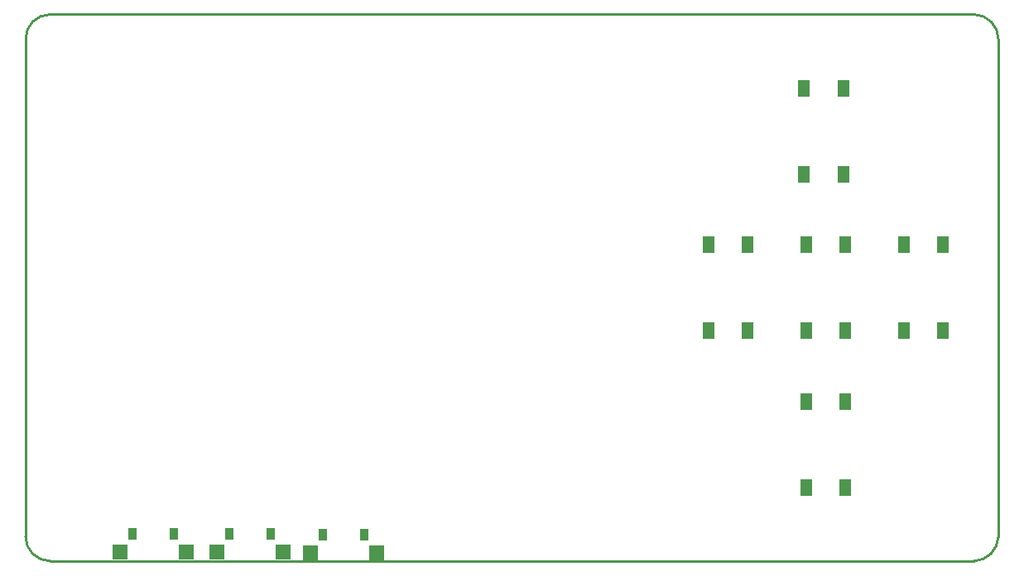
<source format=gbr>
%TF.GenerationSoftware,KiCad,Pcbnew,(6.0.4)*%
%TF.CreationDate,2023-04-20T20:53:16+03:00*%
%TF.ProjectId,mp3_test_board,6d70335f-7465-4737-945f-626f6172642e,rev?*%
%TF.SameCoordinates,Original*%
%TF.FileFunction,Paste,Top*%
%TF.FilePolarity,Positive*%
%FSLAX46Y46*%
G04 Gerber Fmt 4.6, Leading zero omitted, Abs format (unit mm)*
G04 Created by KiCad (PCBNEW (6.0.4)) date 2023-04-20 20:53:16*
%MOMM*%
%LPD*%
G01*
G04 APERTURE LIST*
%TA.AperFunction,Profile*%
%ADD10C,0.250000*%
%TD*%
%ADD11R,0.900000X1.200000*%
%ADD12R,1.500000X1.500000*%
%ADD13R,1.300000X1.800000*%
G04 APERTURE END LIST*
D10*
X173467769Y-99232295D02*
G75*
G03*
X175960000Y-96750000I-93569J2586195D01*
G01*
X175960001Y-45750000D02*
G75*
G03*
X173467767Y-43232233I-2528101J-10100D01*
G01*
X78967767Y-43232167D02*
G75*
G03*
X76467767Y-45732233I33J-2500033D01*
G01*
X76467767Y-45732233D02*
X76467767Y-96732233D01*
X78967767Y-99232233D02*
X173467767Y-99232233D01*
X175960000Y-96750000D02*
X175960000Y-45750000D01*
X173467767Y-43232233D02*
X78967767Y-43232233D01*
X76467767Y-96732233D02*
G75*
G03*
X78967767Y-99232233I2500033J33D01*
G01*
D11*
%TO.C,SW7*%
X111100000Y-96552500D03*
X106900000Y-96552500D03*
D12*
X112400000Y-98392500D03*
X105600000Y-98392500D03*
%TD*%
D13*
%TO.C,SW1*%
X150300000Y-66800000D03*
X150300000Y-75600000D03*
X146300000Y-66800000D03*
X146300000Y-75600000D03*
%TD*%
D11*
%TO.C,SW6*%
X101500000Y-96480000D03*
X97300000Y-96480000D03*
D12*
X102800000Y-98320000D03*
X96000000Y-98320000D03*
%TD*%
D13*
%TO.C,SW3*%
X160300000Y-82900000D03*
X160300000Y-91700000D03*
X156300000Y-82900000D03*
X156300000Y-91700000D03*
%TD*%
%TO.C,SW2*%
X170300000Y-66800000D03*
X170300000Y-75600000D03*
X166300000Y-66800000D03*
X166300000Y-75600000D03*
%TD*%
D12*
%TO.C,SW8*%
X86100000Y-98320000D03*
X92900000Y-98320000D03*
D11*
X87400000Y-96480000D03*
X91600000Y-96480000D03*
%TD*%
D13*
%TO.C,SW4*%
X160100000Y-50800000D03*
X160100000Y-59600000D03*
X156100000Y-50800000D03*
X156100000Y-59600000D03*
%TD*%
%TO.C,SW5*%
X160300000Y-66800000D03*
X160300000Y-75600000D03*
X156300000Y-66800000D03*
X156300000Y-75600000D03*
%TD*%
M02*

</source>
